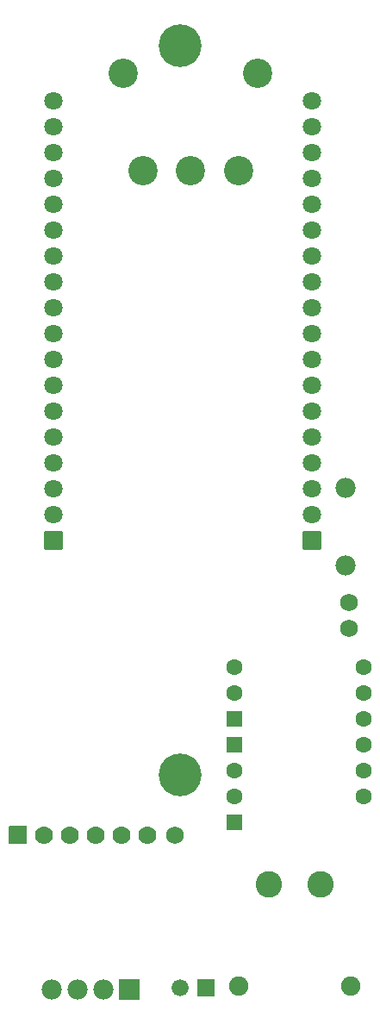
<source format=gts>
G04 Layer: TopSolderMaskLayer*
G04 EasyEDA v6.5.46, 2026-01-20 15:08:04*
G04 c055b5996b2b4ee9ab75fef97cfab9db,2531f63ba3b24be780b21f3747bff2ee,10*
G04 Gerber Generator version 0.2*
G04 Scale: 100 percent, Rotated: No, Reflected: No *
G04 Dimensions in millimeters *
G04 leading zeros omitted , absolute positions ,4 integer and 5 decimal *
%FSLAX45Y45*%
%MOMM*%

%AMMACRO1*4,1,8,-0.8711,-0.9008,-0.9008,-0.8708,-0.9008,0.8711,-0.8711,0.9008,0.8708,0.9008,0.9008,0.8711,0.9008,-0.8708,0.8708,-0.9008,-0.8711,-0.9008,0*%
%AMMACRO2*4,1,8,-0.8085,-0.8382,-0.8382,-0.8082,-0.8382,0.8085,-0.8085,0.8382,0.8082,0.8382,0.8382,0.8085,0.8382,-0.8082,0.8082,-0.8382,-0.8085,-0.8382,0*%
%AMMACRO3*4,1,8,-0.9609,-0.9906,-0.9906,-0.9606,-0.9906,0.9609,-0.9609,0.9906,0.9606,0.9906,0.9906,0.9609,0.9906,-0.9606,0.9606,-0.9906,-0.9609,-0.9906,0*%
%AMMACRO4*4,1,8,-0.7704,-0.8001,-0.8001,-0.7701,-0.8001,0.7704,-0.7704,0.8001,0.7701,0.8001,0.8001,0.7704,0.8001,-0.7701,0.7701,-0.8001,-0.7704,-0.8001,0*%
%AMMACRO5*4,1,8,-0.8296,-0.889,-0.889,-0.8293,-0.889,0.8296,-0.8296,0.889,0.8293,0.889,0.889,0.8296,0.889,-0.8293,0.8293,-0.889,-0.8296,-0.889,0*%
%ADD10C,2.6016*%
%ADD11C,1.9016*%
%ADD12C,1.8016*%
%ADD13MACRO1*%
%ADD14MACRO2*%
%ADD15C,1.6764*%
%ADD16C,1.7526*%
%ADD17MACRO3*%
%ADD18C,1.9812*%
%ADD19C,2.8766*%
%ADD20C,1.6002*%
%ADD21MACRO4*%
%ADD22MACRO5*%
%ADD23C,1.7780*%
%ADD24C,1.7272*%
%ADD25C,4.2032*%

%LPD*%
D10*
G01*
X2975813Y-8580501D03*
G01*
X3475786Y-8580501D03*
D11*
G01*
X3775811Y-9580499D03*
G01*
X2675788Y-9580499D03*
D12*
G01*
X850900Y-4953000D03*
G01*
X850900Y-4699000D03*
G01*
X850900Y-4445000D03*
G01*
X850900Y-4191000D03*
G01*
X850900Y-3937000D03*
G01*
X850900Y-3683000D03*
G01*
X850900Y-3429000D03*
G01*
X850900Y-3175000D03*
G01*
X850900Y-2921000D03*
G01*
X850900Y-2667000D03*
G01*
X850900Y-2413000D03*
G01*
X850900Y-2159000D03*
G01*
X850900Y-1905000D03*
G01*
X850900Y-1651000D03*
G01*
X850900Y-1397000D03*
G01*
X3390900Y-4699000D03*
G01*
X3390900Y-4445000D03*
G01*
X3390900Y-4191000D03*
G01*
X3390900Y-3937000D03*
G01*
X3390900Y-3683000D03*
G01*
X3390900Y-3429000D03*
G01*
X3390900Y-3175000D03*
G01*
X3390900Y-2921000D03*
G01*
X3390900Y-2667000D03*
G01*
X3390900Y-2413000D03*
G01*
X3390900Y-2159000D03*
G01*
X3390900Y-1905000D03*
G01*
X3390900Y-1651000D03*
G01*
X3390900Y-1397000D03*
G01*
X3390900Y-4953000D03*
G01*
X850900Y-1143000D03*
G01*
X850900Y-889000D03*
D13*
G01*
X850912Y-5207012D03*
G01*
X3390912Y-5207012D03*
D12*
G01*
X3390900Y-1143000D03*
G01*
X3390900Y-889000D03*
D14*
G01*
X2349500Y-9601200D03*
D15*
G01*
X2095500Y-9601200D03*
D16*
G01*
X3759200Y-5816600D03*
G01*
X3759200Y-6070600D03*
D17*
G01*
X1600200Y-9613900D03*
D18*
G01*
X1346200Y-9613900D03*
G01*
X1092200Y-9613900D03*
G01*
X838200Y-9613900D03*
G01*
X3721100Y-5448300D03*
G01*
X3721100Y-4686300D03*
D19*
G01*
X1732102Y-1569491D03*
G01*
X2202103Y-1569491D03*
G01*
X2672105Y-1569491D03*
G01*
X2862605Y-616508D03*
G01*
X1541602Y-616508D03*
D20*
G01*
X3898900Y-6451600D03*
G01*
X3898900Y-6705600D03*
G01*
X3898900Y-6959600D03*
G01*
X3898900Y-7213600D03*
G01*
X3898900Y-7721600D03*
G01*
X3898900Y-7467600D03*
G01*
X2628900Y-7467600D03*
D21*
G01*
X2628900Y-7975600D03*
D20*
G01*
X2628900Y-7721600D03*
D21*
G01*
X2628900Y-7213600D03*
G01*
X2628900Y-6959600D03*
D20*
G01*
X2628900Y-6705600D03*
G01*
X2628900Y-6451600D03*
D22*
G01*
X508000Y-8102600D03*
D23*
G01*
X762000Y-8102600D03*
G01*
X1016000Y-8102600D03*
G01*
X1270000Y-8102600D03*
G01*
X1524000Y-8102600D03*
G01*
X1778000Y-8102600D03*
D24*
G01*
X2044700Y-8102600D03*
D25*
G01*
X2095500Y-7508290D03*
G01*
X2095500Y-340309D03*
M02*

</source>
